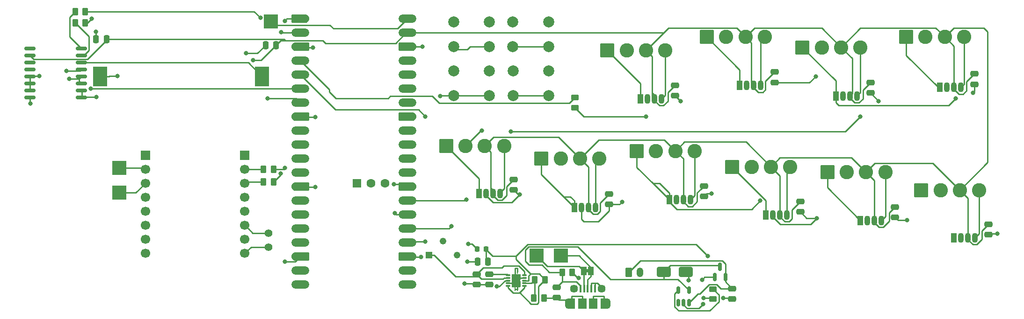
<source format=gbr>
%TF.GenerationSoftware,KiCad,Pcbnew,9.0.2*%
%TF.CreationDate,2025-05-27T01:48:19-04:00*%
%TF.ProjectId,JF-Clock_template_rpi,4a462d43-6c6f-4636-9b5f-74656d706c61,rev?*%
%TF.SameCoordinates,Original*%
%TF.FileFunction,Copper,L1,Top*%
%TF.FilePolarity,Positive*%
%FSLAX46Y46*%
G04 Gerber Fmt 4.6, Leading zero omitted, Abs format (unit mm)*
G04 Created by KiCad (PCBNEW 9.0.2) date 2025-05-27 01:48:19*
%MOMM*%
%LPD*%
G01*
G04 APERTURE LIST*
G04 Aperture macros list*
%AMRoundRect*
0 Rectangle with rounded corners*
0 $1 Rounding radius*
0 $2 $3 $4 $5 $6 $7 $8 $9 X,Y pos of 4 corners*
0 Add a 4 corners polygon primitive as box body*
4,1,4,$2,$3,$4,$5,$6,$7,$8,$9,$2,$3,0*
0 Add four circle primitives for the rounded corners*
1,1,$1+$1,$2,$3*
1,1,$1+$1,$4,$5*
1,1,$1+$1,$6,$7*
1,1,$1+$1,$8,$9*
0 Add four rect primitives between the rounded corners*
20,1,$1+$1,$2,$3,$4,$5,0*
20,1,$1+$1,$4,$5,$6,$7,0*
20,1,$1+$1,$6,$7,$8,$9,0*
20,1,$1+$1,$8,$9,$2,$3,0*%
%AMFreePoly0*
4,1,37,0.800000,0.796148,0.878414,0.796148,1.032228,0.765552,1.177117,0.705537,1.307515,0.618408,1.418408,0.507515,1.505537,0.377117,1.565552,0.232228,1.596148,0.078414,1.596148,-0.078414,1.565552,-0.232228,1.505537,-0.377117,1.418408,-0.507515,1.307515,-0.618408,1.177117,-0.705537,1.032228,-0.765552,0.878414,-0.796148,0.800000,-0.796148,0.800000,-0.800000,-1.400000,-0.800000,
-1.403843,-0.796157,-1.439018,-0.796157,-1.511114,-0.766294,-1.566294,-0.711114,-1.596157,-0.639018,-1.596157,-0.603843,-1.600000,-0.600000,-1.600000,0.600000,-1.596157,0.603843,-1.596157,0.639018,-1.566294,0.711114,-1.511114,0.766294,-1.439018,0.796157,-1.403843,0.796157,-1.400000,0.800000,0.800000,0.800000,0.800000,0.796148,0.800000,0.796148,$1*%
%AMFreePoly1*
4,1,37,1.403843,0.796157,1.439018,0.796157,1.511114,0.766294,1.566294,0.711114,1.596157,0.639018,1.596157,0.603843,1.600000,0.600000,1.600000,-0.600000,1.596157,-0.603843,1.596157,-0.639018,1.566294,-0.711114,1.511114,-0.766294,1.439018,-0.796157,1.403843,-0.796157,1.400000,-0.800000,-0.800000,-0.800000,-0.800000,-0.796148,-0.878414,-0.796148,-1.032228,-0.765552,-1.177117,-0.705537,
-1.307515,-0.618408,-1.418408,-0.507515,-1.505537,-0.377117,-1.565552,-0.232228,-1.596148,-0.078414,-1.596148,0.078414,-1.565552,0.232228,-1.505537,0.377117,-1.418408,0.507515,-1.307515,0.618408,-1.177117,0.705537,-1.032228,0.765552,-0.878414,0.796148,-0.800000,0.796148,-0.800000,0.800000,1.400000,0.800000,1.403843,0.796157,1.403843,0.796157,$1*%
G04 Aperture macros list end*
%TA.AperFunction,EtchedComponent*%
%ADD10C,0.000000*%
%TD*%
%TA.AperFunction,SMDPad,CuDef*%
%ADD11R,1.000000X1.500000*%
%TD*%
%TA.AperFunction,ComponentPad*%
%ADD12R,1.700000X1.700000*%
%TD*%
%TA.AperFunction,ComponentPad*%
%ADD13C,1.700000*%
%TD*%
%TA.AperFunction,SMDPad,CuDef*%
%ADD14RoundRect,0.250000X0.250000X0.475000X-0.250000X0.475000X-0.250000X-0.475000X0.250000X-0.475000X0*%
%TD*%
%TA.AperFunction,ComponentPad*%
%ADD15R,1.070000X1.800000*%
%TD*%
%TA.AperFunction,ComponentPad*%
%ADD16O,1.070000X1.800000*%
%TD*%
%TA.AperFunction,SMDPad,CuDef*%
%ADD17RoundRect,0.250000X-0.475000X0.250000X-0.475000X-0.250000X0.475000X-0.250000X0.475000X0.250000X0*%
%TD*%
%TA.AperFunction,ComponentPad*%
%ADD18C,2.000000*%
%TD*%
%TA.AperFunction,ComponentPad*%
%ADD19R,2.500000X2.500000*%
%TD*%
%TA.AperFunction,ComponentPad*%
%ADD20RoundRect,0.250000X-1.050000X-1.050000X1.050000X-1.050000X1.050000X1.050000X-1.050000X1.050000X0*%
%TD*%
%TA.AperFunction,ComponentPad*%
%ADD21C,2.600000*%
%TD*%
%TA.AperFunction,SMDPad,CuDef*%
%ADD22RoundRect,0.250000X-0.450000X0.262500X-0.450000X-0.262500X0.450000X-0.262500X0.450000X0.262500X0*%
%TD*%
%TA.AperFunction,SMDPad,CuDef*%
%ADD23RoundRect,0.250000X-0.262500X-0.450000X0.262500X-0.450000X0.262500X0.450000X-0.262500X0.450000X0*%
%TD*%
%TA.AperFunction,ComponentPad*%
%ADD24R,1.222000X1.222000*%
%TD*%
%TA.AperFunction,ComponentPad*%
%ADD25C,1.222000*%
%TD*%
%TA.AperFunction,SMDPad,CuDef*%
%ADD26FreePoly0,0.000000*%
%TD*%
%TA.AperFunction,SMDPad,CuDef*%
%ADD27RoundRect,0.800000X-0.800000X-0.000010X0.800000X-0.000010X0.800000X0.000010X-0.800000X0.000010X0*%
%TD*%
%TA.AperFunction,SMDPad,CuDef*%
%ADD28FreePoly1,0.000000*%
%TD*%
%TA.AperFunction,ComponentPad*%
%ADD29RoundRect,0.200000X-0.600000X-0.600000X0.600000X-0.600000X0.600000X0.600000X-0.600000X0.600000X0*%
%TD*%
%TA.AperFunction,ComponentPad*%
%ADD30C,1.600000*%
%TD*%
%TA.AperFunction,ComponentPad*%
%ADD31RoundRect,0.250000X-0.350000X-0.625000X0.350000X-0.625000X0.350000X0.625000X-0.350000X0.625000X0*%
%TD*%
%TA.AperFunction,ComponentPad*%
%ADD32O,1.200000X1.750000*%
%TD*%
%TA.AperFunction,SMDPad,CuDef*%
%ADD33R,2.600000X3.600000*%
%TD*%
%TA.AperFunction,SMDPad,CuDef*%
%ADD34RoundRect,0.150000X0.150000X-0.587500X0.150000X0.587500X-0.150000X0.587500X-0.150000X-0.587500X0*%
%TD*%
%TA.AperFunction,SMDPad,CuDef*%
%ADD35RoundRect,0.250000X0.262500X0.450000X-0.262500X0.450000X-0.262500X-0.450000X0.262500X-0.450000X0*%
%TD*%
%TA.AperFunction,SMDPad,CuDef*%
%ADD36RoundRect,0.218750X0.218750X0.256250X-0.218750X0.256250X-0.218750X-0.256250X0.218750X-0.256250X0*%
%TD*%
%TA.AperFunction,SMDPad,CuDef*%
%ADD37R,0.280000X0.280000*%
%TD*%
%TA.AperFunction,SMDPad,CuDef*%
%ADD38O,0.850000X0.280000*%
%TD*%
%TA.AperFunction,ComponentPad*%
%ADD39C,0.600000*%
%TD*%
%TA.AperFunction,SMDPad,CuDef*%
%ADD40R,0.680000X1.050000*%
%TD*%
%TA.AperFunction,SMDPad,CuDef*%
%ADD41R,0.260000X0.500000*%
%TD*%
%TA.AperFunction,SMDPad,CuDef*%
%ADD42R,0.280000X0.700000*%
%TD*%
%TA.AperFunction,SMDPad,CuDef*%
%ADD43R,1.650000X2.400000*%
%TD*%
%TA.AperFunction,SMDPad,CuDef*%
%ADD44R,0.400000X1.350000*%
%TD*%
%TA.AperFunction,HeatsinkPad*%
%ADD45O,1.200000X1.900000*%
%TD*%
%TA.AperFunction,SMDPad,CuDef*%
%ADD46R,1.200000X1.900000*%
%TD*%
%TA.AperFunction,HeatsinkPad*%
%ADD47C,1.450000*%
%TD*%
%TA.AperFunction,SMDPad,CuDef*%
%ADD48R,1.500000X1.900000*%
%TD*%
%TA.AperFunction,SMDPad,CuDef*%
%ADD49RoundRect,0.150000X-0.875000X-0.150000X0.875000X-0.150000X0.875000X0.150000X-0.875000X0.150000X0*%
%TD*%
%TA.AperFunction,SMDPad,CuDef*%
%ADD50RoundRect,0.250000X1.000000X0.650000X-1.000000X0.650000X-1.000000X-0.650000X1.000000X-0.650000X0*%
%TD*%
%TA.AperFunction,ComponentPad*%
%ADD51C,1.400000*%
%TD*%
%TA.AperFunction,SMDPad,CuDef*%
%ADD52RoundRect,0.150000X0.150000X-0.512500X0.150000X0.512500X-0.150000X0.512500X-0.150000X-0.512500X0*%
%TD*%
%TA.AperFunction,SMDPad,CuDef*%
%ADD53RoundRect,0.250000X-0.250000X-0.475000X0.250000X-0.475000X0.250000X0.475000X-0.250000X0.475000X0*%
%TD*%
%TA.AperFunction,ViaPad*%
%ADD54C,0.800000*%
%TD*%
%TA.AperFunction,Conductor*%
%ADD55C,0.250000*%
%TD*%
G04 APERTURE END LIST*
D10*
%TA.AperFunction,EtchedComponent*%
%TO.C,JP1*%
G36*
X186238000Y-128147000D02*
G01*
X185738000Y-128147000D01*
X185738000Y-127547000D01*
X186238000Y-127547000D01*
X186238000Y-128147000D01*
G37*
%TD.AperFunction*%
%TD*%
D11*
%TO.P,JP1,1,A*%
%TO.N,Net-(J11-D+)*%
X186638000Y-127847000D03*
%TO.P,JP1,2,B*%
%TO.N,Net-(J11-D-)*%
X185338000Y-127847000D03*
%TD*%
D12*
%TO.P,J14,1,Pin_1*%
%TO.N,/5v*%
X124015500Y-106860000D03*
D13*
%TO.P,J14,2,Pin_2*%
%TO.N,Net-(J14-Pin_2)*%
X124015500Y-109400000D03*
%TO.P,J14,3,Pin_3*%
%TO.N,Net-(J14-Pin_3)*%
X124015500Y-111940000D03*
%TO.P,J14,4,Pin_4*%
%TO.N,unconnected-(J14-Pin_4-Pad4)*%
X124015500Y-114480000D03*
%TO.P,J14,5,Pin_5*%
%TO.N,unconnected-(J14-Pin_5-Pad5)*%
X124015500Y-117020000D03*
%TO.P,J14,6,Pin_6*%
%TO.N,Net-(J14-Pin_6)*%
X124015500Y-119560000D03*
%TO.P,J14,7,Pin_7*%
%TO.N,GND*%
X124015500Y-122100000D03*
%TO.P,J14,8,Pin_8*%
%TO.N,Net-(J14-Pin_8)*%
X124015500Y-124640000D03*
%TD*%
D14*
%TO.P,C14,1*%
%TO.N,Net-(Q1-D)*%
X168050000Y-126150000D03*
%TO.P,C14,2*%
%TO.N,GND*%
X166150000Y-126150000D03*
%TD*%
D15*
%TO.P,Dm6,1,DOUT*%
%TO.N,unconnected-(Dm6-DOUT-Pad1)*%
X252345000Y-121850000D03*
D16*
%TO.P,Dm6,2,GND*%
%TO.N,GND*%
X253615000Y-121850000D03*
%TO.P,Dm6,3,VDD*%
%TO.N,/5v*%
X254885000Y-121850000D03*
%TO.P,Dm6,4,DIN*%
%TO.N,/Dm5_Out*%
X256155000Y-121850000D03*
%TD*%
D17*
%TO.P,C15,1*%
%TO.N,Net-(U2-VAUX)*%
X168250000Y-128450000D03*
%TO.P,C15,2*%
%TO.N,GND*%
X168250000Y-130350000D03*
%TD*%
%TO.P,C3,1*%
%TO.N,/5v*%
X237250000Y-93650000D03*
%TO.P,C3,2*%
%TO.N,GND*%
X237250000Y-95550000D03*
%TD*%
D14*
%TO.P,C13,1*%
%TO.N,/5v*%
X129700000Y-86850000D03*
%TO.P,C13,2*%
%TO.N,GND*%
X127800000Y-86850000D03*
%TD*%
D18*
%TO.P,SW4,1,1*%
%TO.N,GND*%
X172550000Y-91550000D03*
X179050000Y-91550000D03*
%TO.P,SW4,2,2*%
%TO.N,/SW4*%
X172550000Y-96050000D03*
X179050000Y-96050000D03*
%TD*%
D19*
%TO.P,TP3,1,1*%
%TO.N,Net-(J11-D-)*%
X176800000Y-125100000D03*
%TD*%
D17*
%TO.P,C12,1*%
%TO.N,Net-(J12-Pin_1)*%
X212250000Y-131050000D03*
%TO.P,C12,2*%
%TO.N,GND*%
X212250000Y-132950000D03*
%TD*%
D20*
%TO.P,J1,1,Pin_1*%
%TO.N,/Dh1_Out*%
X189650000Y-87817500D03*
D21*
%TO.P,J1,2,Pin_2*%
%TO.N,GND*%
X193150000Y-87817500D03*
%TO.P,J1,3,Pin_3*%
%TO.N,/5v*%
X196650000Y-87817500D03*
%TO.P,J1,4,Pin_4*%
%TO.N,/Dh1_In*%
X200150000Y-87817500D03*
%TD*%
D22*
%TO.P,R1,1*%
%TO.N,/NeoPixel_D*%
X183750000Y-96387500D03*
%TO.P,R1,2*%
%TO.N,/Dh1_In*%
X183750000Y-98212500D03*
%TD*%
D23*
%TO.P,R6,1*%
%TO.N,Net-(J14-Pin_2)*%
X127403000Y-109430000D03*
%TO.P,R6,2*%
%TO.N,/MCU_SSTX*%
X129228000Y-109430000D03*
%TD*%
D15*
%TO.P,Dh1,1,DOUT*%
%TO.N,/Dh1_Out*%
X195640000Y-96617500D03*
D16*
%TO.P,Dh1,2,GND*%
%TO.N,GND*%
X196910000Y-96617500D03*
%TO.P,Dh1,3,VDD*%
%TO.N,/5v*%
X198180000Y-96617500D03*
%TO.P,Dh1,4,DIN*%
%TO.N,/Dh1_In*%
X199450000Y-96617500D03*
%TD*%
D19*
%TO.P,TP5,1,1*%
%TO.N,Net-(J13-Pin_3)*%
X101265500Y-113660000D03*
%TD*%
%TO.P,TP1,1,1*%
%TO.N,Net-(A1-VBUS)*%
X128750000Y-82600000D03*
%TD*%
D20*
%TO.P,J4,1,Pin_1*%
%TO.N,/Dh4_Out*%
X243700000Y-85400000D03*
D21*
%TO.P,J4,2,Pin_2*%
%TO.N,GND*%
X247200000Y-85400000D03*
%TO.P,J4,3,Pin_3*%
%TO.N,/5v*%
X250700000Y-85400000D03*
%TO.P,J4,4,Pin_4*%
%TO.N,/Dh3_Out*%
X254200000Y-85400000D03*
%TD*%
D17*
%TO.P,C10,1*%
%TO.N,/5v*%
X258655000Y-119400000D03*
%TO.P,C10,2*%
%TO.N,GND*%
X258655000Y-121300000D03*
%TD*%
%TO.P,C2,1*%
%TO.N,/5v*%
X219900000Y-91750000D03*
%TO.P,C2,2*%
%TO.N,GND*%
X219900000Y-93650000D03*
%TD*%
D20*
%TO.P,J8,1,Pin_1*%
%TO.N,/Dm4_Out*%
X212250000Y-108950000D03*
D21*
%TO.P,J8,2,Pin_2*%
%TO.N,GND*%
X215750000Y-108950000D03*
%TO.P,J8,3,Pin_3*%
%TO.N,/5v*%
X219250000Y-108950000D03*
%TO.P,J8,4,Pin_4*%
%TO.N,/Dm3_Out*%
X222750000Y-108950000D03*
%TD*%
D15*
%TO.P,Dm3,1,DOUT*%
%TO.N,/Dm3_Out*%
X200830000Y-114917500D03*
D16*
%TO.P,Dm3,2,GND*%
%TO.N,GND*%
X202100000Y-114917500D03*
%TO.P,Dm3,3,VDD*%
%TO.N,/5v*%
X203370000Y-114917500D03*
%TO.P,Dm3,4,DIN*%
%TO.N,/Dm2_Out*%
X204640000Y-114917500D03*
%TD*%
D19*
%TO.P,TP4,1,1*%
%TO.N,Net-(J13-Pin_2)*%
X101265500Y-109110000D03*
%TD*%
D18*
%TO.P,SW2,1,1*%
%TO.N,GND*%
X172500000Y-82650000D03*
X179000000Y-82650000D03*
%TO.P,SW2,2,2*%
%TO.N,/SW2*%
X172500000Y-87150000D03*
X179000000Y-87150000D03*
%TD*%
D24*
%TO.P,VR1,1*%
%TO.N,/5v*%
X157310000Y-124950000D03*
D25*
%TO.P,VR1,2*%
%TO.N,/DIMMER*%
X159850000Y-122410000D03*
%TO.P,VR1,3*%
%TO.N,GND*%
X162390000Y-124950000D03*
%TD*%
D17*
%TO.P,C1,1*%
%TO.N,/5v*%
X201900000Y-94167500D03*
%TO.P,C1,2*%
%TO.N,GND*%
X201900000Y-96067500D03*
%TD*%
D15*
%TO.P,Dm1,1,DOUT*%
%TO.N,/Dm1_Out*%
X166390000Y-113767500D03*
D16*
%TO.P,Dm1,2,GND*%
%TO.N,GND*%
X167660000Y-113767500D03*
%TO.P,Dm1,3,VDD*%
%TO.N,/5v*%
X168930000Y-113767500D03*
%TO.P,Dm1,4,DIN*%
%TO.N,/Dh4_Out*%
X170200000Y-113767500D03*
%TD*%
D26*
%TO.P,A1,1,GPIO0*%
%TO.N,/MCU_SSTX*%
X134060000Y-82095000D03*
D27*
%TO.P,A1,2,GPIO1*%
%TO.N,/MCU_SSRX*%
X134060000Y-84635000D03*
D28*
%TO.P,A1,3,GND*%
%TO.N,GND*%
X134060000Y-87175000D03*
D27*
%TO.P,A1,4,GPIO2*%
%TO.N,/NeoPixel_D*%
X134060000Y-89715000D03*
%TO.P,A1,5,GPIO3*%
%TO.N,/DIMMER*%
X134060000Y-92255000D03*
%TO.P,A1,6,GPIO4*%
%TO.N,/SDA*%
X134060000Y-94795000D03*
%TO.P,A1,7,GPIO5*%
%TO.N,/SCL*%
X134060000Y-97335000D03*
D28*
%TO.P,A1,8,GND*%
%TO.N,GND*%
X134060000Y-99875000D03*
D27*
%TO.P,A1,9,GPIO6*%
%TO.N,unconnected-(A1-GPIO6-Pad9)*%
X134060000Y-102415000D03*
%TO.P,A1,10,GPIO7*%
%TO.N,unconnected-(A1-GPIO7-Pad10)*%
X134060000Y-104955000D03*
%TO.P,A1,11,GPIO8*%
%TO.N,unconnected-(A1-GPIO8-Pad11)*%
X134060000Y-107495000D03*
%TO.P,A1,12,GPIO9*%
%TO.N,unconnected-(A1-GPIO9-Pad12)*%
X134060000Y-110035000D03*
D28*
%TO.P,A1,13,GND*%
%TO.N,GND*%
X134060000Y-112575000D03*
D27*
%TO.P,A1,14,GPIO10*%
%TO.N,unconnected-(A1-GPIO10-Pad14)*%
X134060000Y-115115000D03*
%TO.P,A1,15,GPIO11*%
%TO.N,unconnected-(A1-GPIO11-Pad15)*%
X134060000Y-117655000D03*
%TO.P,A1,16,GPIO12*%
%TO.N,unconnected-(A1-GPIO12-Pad16)*%
X134060000Y-120195000D03*
%TO.P,A1,17,GPIO13*%
%TO.N,unconnected-(A1-GPIO13-Pad17)*%
X134060000Y-122735000D03*
D28*
%TO.P,A1,18,GND*%
%TO.N,GND*%
X134060000Y-125275000D03*
D27*
%TO.P,A1,19,GPIO14*%
%TO.N,unconnected-(A1-GPIO14-Pad19)*%
X134060000Y-127815000D03*
%TO.P,A1,20,GPIO15*%
%TO.N,unconnected-(A1-GPIO15-Pad20)*%
X134060000Y-130355000D03*
%TO.P,A1,21,GPIO16*%
%TO.N,unconnected-(A1-GPIO16-Pad21)*%
X153440000Y-130355000D03*
%TO.P,A1,22,GPIO17*%
%TO.N,unconnected-(A1-GPIO17-Pad22)*%
X153440000Y-127815000D03*
D26*
%TO.P,A1,23,GND*%
%TO.N,GND*%
X153440000Y-125275000D03*
D27*
%TO.P,A1,24,GPIO18*%
%TO.N,/SW1*%
X153440000Y-122735000D03*
%TO.P,A1,25,GPIO19*%
%TO.N,/SW2*%
X153440000Y-120195000D03*
%TO.P,A1,26,GPIO20*%
%TO.N,/SW3*%
X153440000Y-117655000D03*
%TO.P,A1,27,GPIO21*%
%TO.N,/SW4*%
X153440000Y-115115000D03*
D26*
%TO.P,A1,28,GND*%
%TO.N,GND*%
X153440000Y-112575000D03*
D27*
%TO.P,A1,29,GPIO22*%
%TO.N,unconnected-(A1-GPIO22-Pad29)*%
X153440000Y-110035000D03*
%TO.P,A1,30,RUN*%
%TO.N,unconnected-(A1-RUN-Pad30)*%
X153440000Y-107495000D03*
%TO.P,A1,31,GPIO26_ADC0*%
%TO.N,unconnected-(A1-GPIO26_ADC0-Pad31)*%
X153440000Y-104955000D03*
%TO.P,A1,32,GPIO27_ADC1*%
%TO.N,unconnected-(A1-GPIO27_ADC1-Pad32)*%
X153440000Y-102415000D03*
D26*
%TO.P,A1,33,AGND*%
%TO.N,unconnected-(A1-AGND-Pad33)*%
X153440000Y-99875000D03*
D27*
%TO.P,A1,34,GPIO28_ADC2*%
%TO.N,unconnected-(A1-GPIO28_ADC2-Pad34)*%
X153440000Y-97335000D03*
%TO.P,A1,35,ADC_VREF*%
%TO.N,unconnected-(A1-ADC_VREF-Pad35)*%
X153440000Y-94795000D03*
%TO.P,A1,36,3V3*%
%TO.N,unconnected-(A1-3V3-Pad36)*%
X153440000Y-92255000D03*
%TO.P,A1,37,3V3_EN*%
%TO.N,unconnected-(A1-3V3_EN-Pad37)*%
X153440000Y-89715000D03*
D26*
%TO.P,A1,38,GND*%
%TO.N,GND*%
X153440000Y-87175000D03*
D27*
%TO.P,A1,39,VSYS*%
%TO.N,/5v*%
X153440000Y-84635000D03*
%TO.P,A1,40,VBUS*%
%TO.N,Net-(A1-VBUS)*%
X153440000Y-82095000D03*
D29*
%TO.P,A1,D1*%
%TO.N,N/C*%
X144334100Y-111925000D03*
D30*
%TO.P,A1,D2*%
X146874100Y-111925000D03*
%TO.P,A1,D3*%
X149414100Y-111925000D03*
%TD*%
D31*
%TO.P,J12,1,Pin_1*%
%TO.N,Net-(J12-Pin_1)*%
X193500000Y-128150000D03*
D32*
%TO.P,J12,2,Pin_2*%
%TO.N,GND*%
X195500000Y-128150000D03*
%TD*%
D33*
%TO.P,BT2,1,+*%
%TO.N,Net-(BT2-+)*%
X127150000Y-92550000D03*
%TO.P,BT2,2,-*%
%TO.N,GND*%
X97850000Y-92550000D03*
%TD*%
D18*
%TO.P,SW3,1,1*%
%TO.N,GND*%
X161800000Y-91550000D03*
X168300000Y-91550000D03*
%TO.P,SW3,2,2*%
%TO.N,/SW3*%
X161800000Y-96050000D03*
X168300000Y-96050000D03*
%TD*%
D15*
%TO.P,Dh3,1,DOUT*%
%TO.N,/Dh3_Out*%
X230990000Y-96100000D03*
D16*
%TO.P,Dh3,2,GND*%
%TO.N,GND*%
X232260000Y-96100000D03*
%TO.P,Dh3,3,VDD*%
%TO.N,/5v*%
X233530000Y-96100000D03*
%TO.P,Dh3,4,DIN*%
%TO.N,/Dh2_Out*%
X234800000Y-96100000D03*
%TD*%
D17*
%TO.P,C16,1*%
%TO.N,/5v*%
X166000000Y-128450000D03*
%TO.P,C16,2*%
%TO.N,GND*%
X166000000Y-130350000D03*
%TD*%
%TO.P,C9,1*%
%TO.N,/5v*%
X241700000Y-116232500D03*
%TO.P,C9,2*%
%TO.N,GND*%
X241700000Y-118132500D03*
%TD*%
D15*
%TO.P,Dm4,1,DOUT*%
%TO.N,/Dm4_Out*%
X218340000Y-117700000D03*
D16*
%TO.P,Dm4,2,GND*%
%TO.N,GND*%
X219610000Y-117700000D03*
%TO.P,Dm4,3,VDD*%
%TO.N,/5v*%
X220880000Y-117700000D03*
%TO.P,Dm4,4,DIN*%
%TO.N,/Dm3_Out*%
X222150000Y-117700000D03*
%TD*%
D34*
%TO.P,Q1,1,D*%
%TO.N,Net-(Q1-D)*%
X209100000Y-128987500D03*
%TO.P,Q1,2,S*%
%TO.N,Net-(J12-Pin_1)*%
X211000000Y-128987500D03*
%TO.P,Q1,3,G*%
%TO.N,Net-(D1-A)*%
X210050000Y-127112500D03*
%TD*%
D23*
%TO.P,R7,1*%
%TO.N,Net-(J14-Pin_3)*%
X127403000Y-111730000D03*
%TO.P,R7,2*%
%TO.N,/MCU_SSRX*%
X129228000Y-111730000D03*
%TD*%
D35*
%TO.P,R4,1*%
%TO.N,Net-(Q1-D)*%
X178350500Y-129449500D03*
%TO.P,R4,2*%
%TO.N,Net-(U2-UVLO)*%
X176525500Y-129449500D03*
%TD*%
D17*
%TO.P,C4,1*%
%TO.N,/5v*%
X256080000Y-92070000D03*
%TO.P,C4,2*%
%TO.N,GND*%
X256080000Y-93970000D03*
%TD*%
D36*
%TO.P,L1,1,1*%
%TO.N,Net-(Q1-D)*%
X167687500Y-123850000D03*
%TO.P,L1,2,2*%
%TO.N,Net-(U2-L)*%
X166112500Y-123850000D03*
%TD*%
D22*
%TO.P,R3,1*%
%TO.N,Net-(U1-PROG)*%
X208750000Y-131125000D03*
%TO.P,R3,2*%
%TO.N,GND*%
X208750000Y-132950000D03*
%TD*%
D20*
%TO.P,J7,1,Pin_1*%
%TO.N,/Dm3_Out*%
X194950000Y-106067500D03*
D21*
%TO.P,J7,2,Pin_2*%
%TO.N,GND*%
X198450000Y-106067500D03*
%TO.P,J7,3,Pin_3*%
%TO.N,/5v*%
X201950000Y-106067500D03*
%TO.P,J7,4,Pin_4*%
%TO.N,/Dm2_Out*%
X205450000Y-106067500D03*
%TD*%
D12*
%TO.P,J13,1,Pin_1*%
%TO.N,unconnected-(J13-Pin_1-Pad1)*%
X106015500Y-106830000D03*
D13*
%TO.P,J13,2,Pin_2*%
%TO.N,Net-(J13-Pin_2)*%
X106015500Y-109370000D03*
%TO.P,J13,3,Pin_3*%
%TO.N,Net-(J13-Pin_3)*%
X106015500Y-111910000D03*
%TO.P,J13,4,Pin_4*%
%TO.N,unconnected-(J13-Pin_4-Pad4)*%
X106015500Y-114450000D03*
%TO.P,J13,5,Pin_5*%
%TO.N,unconnected-(J13-Pin_5-Pad5)*%
X106015500Y-116990000D03*
%TO.P,J13,6,Pin_6*%
%TO.N,unconnected-(J13-Pin_6-Pad6)*%
X106015500Y-119530000D03*
%TO.P,J13,7,Pin_7*%
%TO.N,GND*%
X106015500Y-122070000D03*
%TO.P,J13,8,Pin_8*%
%TO.N,unconnected-(J13-Pin_8-Pad8)*%
X106015500Y-124610000D03*
%TD*%
D23*
%TO.P,R2,1*%
%TO.N,Net-(D1-A)*%
X181463000Y-128149500D03*
%TO.P,R2,2*%
%TO.N,GND*%
X183288000Y-128149500D03*
%TD*%
D18*
%TO.P,SW1,1,1*%
%TO.N,GND*%
X161800000Y-82650000D03*
X168300000Y-82650000D03*
%TO.P,SW1,2,2*%
%TO.N,/SW1*%
X161800000Y-87150000D03*
X168300000Y-87150000D03*
%TD*%
D17*
%TO.P,C11,1*%
%TO.N,Net-(D1-A)*%
X180488000Y-130799500D03*
%TO.P,C11,2*%
%TO.N,GND*%
X180488000Y-132699500D03*
%TD*%
D20*
%TO.P,J3,1,Pin_1*%
%TO.N,/Dh3_Out*%
X224950000Y-87267500D03*
D21*
%TO.P,J3,2,Pin_2*%
%TO.N,GND*%
X228450000Y-87267500D03*
%TO.P,J3,3,Pin_3*%
%TO.N,/5v*%
X231950000Y-87267500D03*
%TO.P,J3,4,Pin_4*%
%TO.N,/Dh2_Out*%
X235450000Y-87267500D03*
%TD*%
D20*
%TO.P,J9,1,Pin_1*%
%TO.N,/Dm5_Out*%
X229450000Y-109950000D03*
D21*
%TO.P,J9,2,Pin_2*%
%TO.N,GND*%
X232950000Y-109950000D03*
%TO.P,J9,3,Pin_3*%
%TO.N,/5v*%
X236450000Y-109950000D03*
%TO.P,J9,4,Pin_4*%
%TO.N,/Dm4_Out*%
X239950000Y-109950000D03*
%TD*%
D19*
%TO.P,TP2,1,1*%
%TO.N,Net-(J11-D+)*%
X181200000Y-125100000D03*
%TD*%
D20*
%TO.P,J10,1,Pin_1*%
%TO.N,unconnected-(J10-Pin_1-Pad1)*%
X246435000Y-113187500D03*
D21*
%TO.P,J10,2,Pin_2*%
%TO.N,GND*%
X249935000Y-113187500D03*
%TO.P,J10,3,Pin_3*%
%TO.N,/5v*%
X253435000Y-113187500D03*
%TO.P,J10,4,Pin_4*%
%TO.N,/Dm5_Out*%
X256935000Y-113187500D03*
%TD*%
D37*
%TO.P,U2,1,VAUX*%
%TO.N,Net-(U2-VAUX)*%
X171378000Y-128599500D03*
D38*
X171663000Y-128599500D03*
D37*
%TO.P,U2,2,VOUT*%
%TO.N,/5v*%
X171378000Y-129099500D03*
D38*
X171663000Y-129099500D03*
D37*
%TO.P,U2,3,L*%
%TO.N,Net-(U2-L)*%
X171378000Y-129599500D03*
D38*
X171663000Y-129599500D03*
D37*
%TO.P,U2,4,PGND*%
%TO.N,GND*%
X171378000Y-130099500D03*
D38*
X171663000Y-130099500D03*
D37*
%TO.P,U2,5,VIN*%
%TO.N,Net-(Q1-D)*%
X171378000Y-130599500D03*
D38*
X171663000Y-130599500D03*
%TO.P,U2,6,EN*%
X174613000Y-130599500D03*
D37*
X174898000Y-130599500D03*
D38*
%TO.P,U2,7,UVLO*%
%TO.N,Net-(U2-UVLO)*%
X174613000Y-130099500D03*
D37*
X174898000Y-130099500D03*
D38*
%TO.P,U2,8,PS*%
%TO.N,Net-(Q1-D)*%
X174613000Y-129599500D03*
D37*
X174898000Y-129599500D03*
D38*
%TO.P,U2,9,GND*%
%TO.N,GND*%
X174613000Y-129099500D03*
D37*
X174898000Y-129099500D03*
D38*
%TO.P,U2,10,FB*%
%TO.N,/5v*%
X174613000Y-128599500D03*
D37*
X174898000Y-128599500D03*
D39*
%TO.P,U2,11,PAD*%
%TO.N,GND*%
X172638000Y-128849500D03*
X172638000Y-130349500D03*
D40*
X172688000Y-128964500D03*
X172688000Y-130234500D03*
D41*
X172888000Y-127969500D03*
D42*
X172888000Y-128049500D03*
X172888000Y-131149500D03*
D41*
X172888000Y-131229500D03*
D39*
X173138000Y-129599500D03*
D43*
X173138000Y-129599500D03*
D41*
X173388000Y-127969500D03*
D42*
X173388000Y-128049500D03*
X173388000Y-131149500D03*
D41*
X173388000Y-131229500D03*
D40*
X173588000Y-128964500D03*
X173588000Y-130234500D03*
D39*
X173638000Y-128849500D03*
X173638000Y-130349500D03*
%TD*%
D23*
%TO.P,R5,1*%
%TO.N,Net-(U2-UVLO)*%
X176325500Y-132799500D03*
%TO.P,R5,2*%
%TO.N,GND*%
X178150500Y-132799500D03*
%TD*%
D44*
%TO.P,J11,1,VBUS*%
%TO.N,Net-(D1-A)*%
X184788000Y-131049500D03*
%TO.P,J11,2,D-*%
%TO.N,Net-(J11-D-)*%
X185438000Y-131049500D03*
%TO.P,J11,3,D+*%
%TO.N,Net-(J11-D+)*%
X186088000Y-131049500D03*
%TO.P,J11,4,ID*%
%TO.N,GND*%
X186738000Y-131049500D03*
%TO.P,J11,5,GND*%
X187388000Y-131049500D03*
D45*
%TO.P,J11,6,Shield*%
X182588000Y-133749500D03*
D46*
X183188000Y-133749500D03*
D47*
X183588000Y-131049500D03*
D48*
X185088000Y-133749500D03*
X187088000Y-133749500D03*
D47*
X188588000Y-131049500D03*
D46*
X188988000Y-133749500D03*
D45*
X189588000Y-133749500D03*
%TD*%
D15*
%TO.P,Dm5,1,DOUT*%
%TO.N,/Dm5_Out*%
X235395000Y-118682500D03*
D16*
%TO.P,Dm5,2,GND*%
%TO.N,GND*%
X236665000Y-118682500D03*
%TO.P,Dm5,3,VDD*%
%TO.N,/5v*%
X237935000Y-118682500D03*
%TO.P,Dm5,4,DIN*%
%TO.N,/Dm4_Out*%
X239205000Y-118682500D03*
%TD*%
D17*
%TO.P,C7,1*%
%TO.N,/5v*%
X207114500Y-112453000D03*
%TO.P,C7,2*%
%TO.N,GND*%
X207114500Y-114353000D03*
%TD*%
D49*
%TO.P,U4,1,32KHZ*%
%TO.N,unconnected-(U4-32KHZ-Pad1)*%
X85150000Y-87500000D03*
%TO.P,U4,2,VCC*%
%TO.N,/5v*%
X85150000Y-88770000D03*
%TO.P,U4,3,~{INT}/SQW*%
%TO.N,unconnected-(U4-~{INT}{slash}SQW-Pad3)*%
X85150000Y-90040000D03*
%TO.P,U4,4,~{RST}*%
%TO.N,unconnected-(U4-~{RST}-Pad4)*%
X85150000Y-91310000D03*
%TO.P,U4,5,GND*%
%TO.N,GND*%
X85150000Y-92580000D03*
%TO.P,U4,6,GND*%
X85150000Y-93850000D03*
%TO.P,U4,7,GND*%
X85150000Y-95120000D03*
%TO.P,U4,8,GND*%
X85150000Y-96390000D03*
%TO.P,U4,9,GND*%
X94450000Y-96390000D03*
%TO.P,U4,10,GND*%
X94450000Y-95120000D03*
%TO.P,U4,11,GND*%
X94450000Y-93850000D03*
%TO.P,U4,12,GND*%
X94450000Y-92580000D03*
%TO.P,U4,13,GND*%
X94450000Y-91310000D03*
%TO.P,U4,14,VBAT*%
%TO.N,Net-(BT2-+)*%
X94450000Y-90040000D03*
%TO.P,U4,15,SDA*%
%TO.N,Net-(U4-SDA)*%
X94450000Y-88770000D03*
%TO.P,U4,16,SCL*%
%TO.N,Net-(U4-SCL)*%
X94450000Y-87500000D03*
%TD*%
D20*
%TO.P,J2,1,Pin_1*%
%TO.N,/Dh2_Out*%
X207650000Y-85400000D03*
D21*
%TO.P,J2,2,Pin_2*%
%TO.N,GND*%
X211150000Y-85400000D03*
%TO.P,J2,3,Pin_3*%
%TO.N,/5v*%
X214650000Y-85400000D03*
%TO.P,J2,4,Pin_4*%
%TO.N,/Dh1_Out*%
X218150000Y-85400000D03*
%TD*%
D50*
%TO.P,D1,1,K*%
%TO.N,/5v*%
X203850000Y-128050000D03*
%TO.P,D1,2,A*%
%TO.N,Net-(D1-A)*%
X199850000Y-128050000D03*
%TD*%
D51*
%TO.P,J15,1,Pin_1*%
%TO.N,Net-(J14-Pin_6)*%
X128315500Y-120980000D03*
%TO.P,J15,2,Pin_2*%
%TO.N,Net-(J14-Pin_8)*%
X128315500Y-123520000D03*
%TD*%
D17*
%TO.P,C8,1*%
%TO.N,/5v*%
X224550000Y-115250000D03*
%TO.P,C8,2*%
%TO.N,GND*%
X224550000Y-117150000D03*
%TD*%
%TO.P,C6,1*%
%TO.N,/5v*%
X189950000Y-113867500D03*
%TO.P,C6,2*%
%TO.N,GND*%
X189950000Y-115767500D03*
%TD*%
%TO.P,C5,1*%
%TO.N,/5v*%
X172700000Y-111267500D03*
%TO.P,C5,2*%
%TO.N,GND*%
X172700000Y-113167500D03*
%TD*%
D15*
%TO.P,Dh2,1,DOUT*%
%TO.N,/Dh2_Out*%
X213595000Y-94200000D03*
D16*
%TO.P,Dh2,2,GND*%
%TO.N,GND*%
X214865000Y-94200000D03*
%TO.P,Dh2,3,VDD*%
%TO.N,/5v*%
X216135000Y-94200000D03*
%TO.P,Dh2,4,DIN*%
%TO.N,/Dh1_Out*%
X217405000Y-94200000D03*
%TD*%
D20*
%TO.P,J5,1,Pin_1*%
%TO.N,/Dm1_Out*%
X160450000Y-105167500D03*
D21*
%TO.P,J5,2,Pin_2*%
%TO.N,GND*%
X163950000Y-105167500D03*
%TO.P,J5,3,Pin_3*%
%TO.N,/5v*%
X167450000Y-105167500D03*
%TO.P,J5,4,Pin_4*%
%TO.N,/Dh4_Out*%
X170950000Y-105167500D03*
%TD*%
D20*
%TO.P,J6,1,Pin_1*%
%TO.N,/Dm2_Out*%
X177700000Y-107467500D03*
D21*
%TO.P,J6,2,Pin_2*%
%TO.N,GND*%
X181200000Y-107467500D03*
%TO.P,J6,3,Pin_3*%
%TO.N,/5v*%
X184700000Y-107467500D03*
%TO.P,J6,4,Pin_4*%
%TO.N,/Dm1_Out*%
X188200000Y-107467500D03*
%TD*%
D35*
%TO.P,R9,1*%
%TO.N,/SDA*%
X95162500Y-82850000D03*
%TO.P,R9,2*%
%TO.N,Net-(U4-SDA)*%
X93337500Y-82850000D03*
%TD*%
D15*
%TO.P,Dh4,1,DOUT*%
%TO.N,/Dh4_Out*%
X249840000Y-94532500D03*
D16*
%TO.P,Dh4,2,GND*%
%TO.N,GND*%
X251110000Y-94532500D03*
%TO.P,Dh4,3,VDD*%
%TO.N,/5v*%
X252380000Y-94532500D03*
%TO.P,Dh4,4,DIN*%
%TO.N,/Dh3_Out*%
X253650000Y-94532500D03*
%TD*%
D35*
%TO.P,R8,1*%
%TO.N,/SCL*%
X95150000Y-80750000D03*
%TO.P,R8,2*%
%TO.N,Net-(U4-SCL)*%
X93325000Y-80750000D03*
%TD*%
D52*
%TO.P,U1,1,STAT*%
%TO.N,unconnected-(U1-STAT-Pad1)*%
X202500000Y-133637500D03*
%TO.P,U1,2,VSS*%
%TO.N,GND*%
X203450000Y-133637500D03*
%TO.P,U1,3,VBAT*%
%TO.N,Net-(J12-Pin_1)*%
X204400000Y-133637500D03*
%TO.P,U1,4,VDD*%
%TO.N,Net-(D1-A)*%
X204400000Y-131362500D03*
%TO.P,U1,5,PROG*%
%TO.N,Net-(U1-PROG)*%
X202500000Y-131362500D03*
%TD*%
D53*
%TO.P,C17,1*%
%TO.N,GND*%
X97100000Y-85750000D03*
%TO.P,C17,2*%
%TO.N,/5v*%
X99000000Y-85750000D03*
%TD*%
D15*
%TO.P,Dm2,1,DOUT*%
%TO.N,/Dm2_Out*%
X183660000Y-116317500D03*
D16*
%TO.P,Dm2,2,GND*%
%TO.N,GND*%
X184930000Y-116317500D03*
%TO.P,Dm2,3,VDD*%
%TO.N,/5v*%
X186200000Y-116317500D03*
%TO.P,Dm2,4,DIN*%
%TO.N,/Dm1_Out*%
X187470000Y-116317500D03*
%TD*%
D54*
%TO.N,GND*%
X166950000Y-102400000D03*
%TO.N,Net-(U2-L)*%
X169600400Y-130630800D03*
X164487200Y-122919200D03*
%TO.N,/Dm3_Out*%
X217303600Y-115091600D03*
%TO.N,/Dh4_Out*%
X235455900Y-99847700D03*
X172201500Y-102573200D03*
%TO.N,/Dh3_Out*%
X252727300Y-96521400D03*
%TO.N,/Dh1_In*%
X196602700Y-99847700D03*
%TO.N,Net-(Q1-D)*%
X207782100Y-125113600D03*
X206802200Y-129431600D03*
%TO.N,/SW1*%
X156634400Y-122497500D03*
%TO.N,/SDA*%
X96120500Y-94789600D03*
X96299400Y-82074400D03*
%TO.N,/SW4*%
X164086500Y-114901300D03*
%TO.N,/SW3*%
X159412600Y-96084300D03*
X151147400Y-117381700D03*
%TO.N,/5v*%
X125510000Y-89572300D03*
X204328200Y-129585700D03*
%TO.N,/MCU_SSTX*%
X131263000Y-109182000D03*
X131263000Y-82460100D03*
%TO.N,/SW2*%
X161441800Y-119717700D03*
%TO.N,/SCL*%
X126832000Y-81912500D03*
X128115000Y-96552600D03*
%TO.N,/MCU_SSRX*%
X130512000Y-110177000D03*
X130602000Y-84488000D03*
%TO.N,/DIMMER*%
X156700400Y-99847700D03*
%TO.N,GND*%
X156206000Y-87134100D03*
X136764000Y-112656000D03*
X124214000Y-88337700D03*
X97165400Y-96281600D03*
X136764000Y-99898600D03*
X86807400Y-92474400D03*
X92238500Y-92994300D03*
X100953000Y-92474400D03*
X151027000Y-112126000D03*
X131264000Y-126162000D03*
X136352000Y-87308000D03*
X97100000Y-84408900D03*
X91728400Y-91582500D03*
X85255700Y-97437900D03*
X227351500Y-92518500D03*
X243882700Y-118664700D03*
X238732700Y-97032600D03*
X164325000Y-126137400D03*
X202881400Y-97048800D03*
X207087000Y-132813000D03*
X173812800Y-113992700D03*
X184448100Y-129101000D03*
X210641400Y-132806700D03*
X192296000Y-115298500D03*
X155871000Y-125318000D03*
X208486400Y-113822100D03*
X227549100Y-118283600D03*
X163796000Y-130112500D03*
X260210500Y-121100100D03*
X255790200Y-95561300D03*
X206979000Y-133857600D03*
%TD*%
D55*
%TO.N,GND*%
X163950000Y-105167500D02*
X166717500Y-102400000D01*
X166717500Y-102400000D02*
X166950000Y-102400000D01*
X167660000Y-113767500D02*
X167660000Y-114132500D01*
X167660000Y-114132500D02*
X168972389Y-115444889D01*
X168972389Y-115444889D02*
X172360611Y-115444889D01*
X172360611Y-115444889D02*
X173812800Y-113992700D01*
X184930000Y-116317500D02*
X184930000Y-118480000D01*
X184930000Y-118480000D02*
X185350000Y-118900000D01*
X185350000Y-118900000D02*
X188000000Y-118900000D01*
X188000000Y-118900000D02*
X189950000Y-116950000D01*
X189950000Y-116950000D02*
X189950000Y-115767500D01*
X227549100Y-118283600D02*
X226455700Y-119377000D01*
X226455700Y-119377000D02*
X220922000Y-119377000D01*
X220922000Y-119377000D02*
X219610000Y-118065000D01*
X219610000Y-118065000D02*
X219610000Y-117700000D01*
%TO.N,Net-(U4-SDA)*%
X95801000Y-85313500D02*
X93337500Y-82850000D01*
X95801000Y-87851300D02*
X95801000Y-85313500D01*
X94882300Y-88770000D02*
X95801000Y-87851300D01*
X94450000Y-88770000D02*
X94882300Y-88770000D01*
%TO.N,Net-(U4-SCL)*%
X92300000Y-81775000D02*
X93325000Y-80750000D01*
X92300000Y-85350000D02*
X92300000Y-81775000D01*
X94450000Y-87500000D02*
X92300000Y-85350000D01*
%TO.N,Net-(U2-UVLO)*%
X176525500Y-129449500D02*
X176526000Y-129450000D01*
X176526000Y-132600000D02*
X176526000Y-129450000D01*
X176326000Y-132800000D02*
X176526000Y-132600000D01*
X175876000Y-130100000D02*
X174898000Y-130100000D01*
X176526000Y-129450000D02*
X175876000Y-130100000D01*
X176325500Y-132799500D02*
X176326000Y-132800000D01*
X174897500Y-130099500D02*
X174898000Y-130100000D01*
X174755500Y-130099500D02*
X174897500Y-130099500D01*
X174613000Y-130099500D02*
X174755500Y-130099500D01*
X174755500Y-130099500D02*
X174898000Y-130099500D01*
%TO.N,Net-(U1-PROG)*%
X209824000Y-132199000D02*
X208750000Y-131125000D01*
X209824000Y-133433400D02*
X209824000Y-132199000D01*
X208178400Y-135079000D02*
X209824000Y-133433400D01*
X202552600Y-135079000D02*
X208178400Y-135079000D01*
X201835100Y-134361500D02*
X202552600Y-135079000D01*
X201835100Y-132027400D02*
X201835100Y-134361500D01*
X202500000Y-131362500D02*
X201835100Y-132027400D01*
%TO.N,Net-(U2-L)*%
X171663000Y-129599500D02*
X171378000Y-129599500D01*
X165181700Y-122919200D02*
X166112500Y-123850000D01*
X164487200Y-122919200D02*
X165181700Y-122919200D01*
X171110600Y-129599500D02*
X171378000Y-129599500D01*
X170079300Y-130630800D02*
X171110600Y-129599500D01*
X169600400Y-130630800D02*
X170079300Y-130630800D01*
%TO.N,Net-(J14-Pin_6)*%
X124726000Y-120270000D02*
X124016000Y-119560000D01*
X124726000Y-120270000D02*
X124016000Y-119560000D01*
X124015500Y-119560000D02*
X124016000Y-119560000D01*
X128316000Y-120980000D02*
X128315500Y-120980000D01*
X125436000Y-120980000D02*
X124726000Y-120270000D01*
X128315500Y-120980000D02*
X125436000Y-120980000D01*
%TO.N,Net-(J14-Pin_2)*%
X124046000Y-109430000D02*
X124016000Y-109400000D01*
X127403000Y-109430000D02*
X124046000Y-109430000D01*
X124015500Y-109400000D02*
X124016000Y-109400000D01*
%TO.N,Net-(J14-Pin_3)*%
X124015500Y-111940000D02*
X124016000Y-111940000D01*
X124120000Y-111835000D02*
X124121000Y-111835000D01*
X124016000Y-111940000D02*
X124120000Y-111835000D01*
X124226000Y-111730000D02*
X124121000Y-111835000D01*
X127403000Y-111730000D02*
X124226000Y-111730000D01*
X124121000Y-111835000D02*
X124016000Y-111940000D01*
%TO.N,Net-(J14-Pin_8)*%
X124015500Y-124640000D02*
X124016000Y-124640000D01*
X128316000Y-123520000D02*
X128315500Y-123520000D01*
X125136000Y-123520000D02*
X124016000Y-124640000D01*
X128315500Y-123520000D02*
X125136000Y-123520000D01*
%TO.N,Net-(J13-Pin_3)*%
X101265500Y-113660000D02*
X101266000Y-113660000D01*
X106015600Y-111910000D02*
X106015800Y-111910200D01*
X106015500Y-111910000D02*
X106015600Y-111910000D01*
X104266000Y-113660000D02*
X106015800Y-111910200D01*
X101266000Y-113660000D02*
X104266000Y-113660000D01*
X106015800Y-111910200D02*
X106016000Y-111910000D01*
%TO.N,Net-(J13-Pin_2)*%
X101265500Y-109110000D02*
X101266000Y-109110000D01*
X105756000Y-109110000D02*
X106015800Y-109369700D01*
X101266000Y-109110000D02*
X105756000Y-109110000D01*
X106015800Y-109369700D02*
X106016000Y-109370000D01*
X106015500Y-109370000D02*
X106015800Y-109369700D01*
%TO.N,Net-(J11-D-)*%
X178750000Y-127050000D02*
X176800000Y-125100000D01*
X184541000Y-127050000D02*
X178750000Y-127050000D01*
X185338000Y-127847000D02*
X184541000Y-127050000D01*
X185388500Y-131000000D02*
X185438000Y-131049500D01*
X185388000Y-131000000D02*
X185388500Y-131000000D01*
X185338000Y-130950000D02*
X185388000Y-131000000D01*
X185338000Y-127847000D02*
X185338000Y-130950000D01*
X185388000Y-131000000D02*
X185438000Y-131050000D01*
%TO.N,Net-(J11-D+)*%
X184493000Y-125100000D02*
X181200000Y-125100000D01*
X186638000Y-127245000D02*
X184493000Y-125100000D01*
X186638000Y-127847000D02*
X186638000Y-127245000D01*
X186088000Y-129397000D02*
X186088000Y-131049500D01*
X186638000Y-128847000D02*
X186088000Y-129397000D01*
X186638000Y-127847000D02*
X186638000Y-128847000D01*
X186088000Y-131049500D02*
X186088000Y-131050000D01*
%TO.N,Net-(U2-VAUX)*%
X171521000Y-128599500D02*
X171592000Y-128528500D01*
X171520500Y-128599500D02*
X171521000Y-128599500D01*
X171378000Y-128599500D02*
X171520500Y-128599500D01*
X171520500Y-128599500D02*
X171663000Y-128599500D01*
X171514000Y-128450000D02*
X171592000Y-128528500D01*
X168250000Y-128450000D02*
X171514000Y-128450000D01*
X171592000Y-128528500D02*
X171663000Y-128600000D01*
%TO.N,Net-(BT2-+)*%
X124640000Y-90040000D02*
X94450000Y-90040000D01*
X127150000Y-92550000D02*
X124640000Y-90040000D01*
%TO.N,Net-(J12-Pin_1)*%
X211000000Y-129800000D02*
X211000000Y-128987500D01*
X212250000Y-131050000D02*
X211000000Y-129800000D01*
X210204300Y-131050000D02*
X212250000Y-131050000D01*
X210204300Y-131049900D02*
X210204300Y-131050000D01*
X209439200Y-130284800D02*
X210204300Y-131049900D01*
X208060800Y-130284800D02*
X209439200Y-130284800D01*
X206345900Y-131999700D02*
X208060800Y-130284800D01*
X206345900Y-131999800D02*
X206345900Y-131999700D01*
X206037700Y-131999800D02*
X206345900Y-131999800D01*
X204400000Y-133637500D02*
X206037700Y-131999800D01*
X211000000Y-126612600D02*
X211000000Y-128987500D01*
X210429800Y-126042400D02*
X211000000Y-126612600D01*
X195607600Y-126042400D02*
X210429800Y-126042400D01*
X193500000Y-128150000D02*
X195607600Y-126042400D01*
%TO.N,/Dm5_Out*%
X229450000Y-112738000D02*
X235395000Y-118682000D01*
X229450000Y-109950000D02*
X229450000Y-112738000D01*
X256935000Y-121070000D02*
X256155000Y-121850000D01*
X256935000Y-113188000D02*
X256935000Y-121070000D01*
X235395000Y-118682500D02*
X235395000Y-118682000D01*
%TO.N,/Dm4_Out*%
X218340000Y-115040000D02*
X212250000Y-108950000D01*
X218340000Y-117700000D02*
X218340000Y-115040000D01*
X239950000Y-117938000D02*
X239205000Y-118682000D01*
X239950000Y-109950000D02*
X239950000Y-117938000D01*
X239205000Y-118682500D02*
X239205000Y-118682000D01*
%TO.N,/Dm3_Out*%
X222150000Y-109550000D02*
X222750000Y-108950000D01*
X222150000Y-117700000D02*
X222150000Y-109550000D01*
X194950000Y-106067500D02*
X194950000Y-106068000D01*
X199117200Y-111978000D02*
X200830000Y-113690800D01*
X197890000Y-111978000D02*
X199117200Y-111978000D01*
X194950000Y-109038000D02*
X197890000Y-111978000D01*
X194950000Y-106068000D02*
X194950000Y-109038000D01*
X197890000Y-111978000D02*
X200830000Y-114918000D01*
X200830000Y-114304100D02*
X200830000Y-113690800D01*
X200830000Y-114304100D02*
X200830000Y-114917500D01*
X215745700Y-116649500D02*
X217303600Y-115091600D01*
X202186600Y-116649500D02*
X215745700Y-116649500D01*
X200830000Y-115292900D02*
X202186600Y-116649500D01*
X200830000Y-114918000D02*
X200830000Y-115292900D01*
%TO.N,/Dm2_Out*%
X204640100Y-114917500D02*
X204640300Y-114917700D01*
X204640000Y-114917500D02*
X204640100Y-114917500D01*
X205450000Y-114108000D02*
X204640300Y-114917700D01*
X205450000Y-106068000D02*
X205450000Y-114108000D01*
X204640300Y-114917700D02*
X204640000Y-114918000D01*
X182957200Y-114388000D02*
X183660000Y-115090800D01*
X181730000Y-114388000D02*
X182957200Y-114388000D01*
X177700000Y-110358000D02*
X181730000Y-114388000D01*
X177700000Y-107468000D02*
X177700000Y-110358000D01*
X181730000Y-114388000D02*
X183660000Y-116318000D01*
X183660000Y-116317500D02*
X183660000Y-115090800D01*
X177700000Y-107467500D02*
X177700000Y-107468000D01*
%TO.N,/Dm1_Out*%
X187470000Y-116318000D02*
X187470000Y-116317500D01*
X187470000Y-108198000D02*
X188200000Y-107468000D01*
X187470000Y-116317500D02*
X187470000Y-108198000D01*
X166390000Y-113768000D02*
X166390000Y-113767500D01*
X166390000Y-111108000D02*
X160450000Y-105168000D01*
X166390000Y-113767500D02*
X166390000Y-111108000D01*
X188200000Y-107467500D02*
X188200000Y-107468000D01*
X160450000Y-105167500D02*
X160450000Y-105168000D01*
%TO.N,/Dh4_Out*%
X170200000Y-113768000D02*
X170200000Y-113767500D01*
X170950000Y-112900000D02*
X170950000Y-105168000D01*
X170200000Y-113650000D02*
X170950000Y-112900000D01*
X170200000Y-113767500D02*
X170200000Y-113650000D01*
X249527000Y-94532500D02*
X249840000Y-94532500D01*
X243700000Y-88705100D02*
X249527000Y-94532500D01*
X243700000Y-85400000D02*
X243700000Y-88705100D01*
X232730400Y-102573200D02*
X172201500Y-102573200D01*
X235455900Y-99847700D02*
X232730400Y-102573200D01*
%TO.N,/Dh3_Out*%
X254200000Y-93982500D02*
X253650000Y-94532500D01*
X254200000Y-85400000D02*
X254200000Y-93982500D01*
X230990000Y-93307500D02*
X224950000Y-87267500D01*
X230990000Y-96100000D02*
X230990000Y-93307500D01*
X231501200Y-97837900D02*
X230990000Y-97326700D01*
X251410800Y-97837900D02*
X231501200Y-97837900D01*
X252727300Y-96521400D02*
X251410800Y-97837900D01*
X230990000Y-96100000D02*
X230990000Y-97326700D01*
%TO.N,/Dh2_Out*%
X235450000Y-95450000D02*
X234800000Y-96100000D01*
X235450000Y-87267500D02*
X235450000Y-95450000D01*
X213595000Y-91345000D02*
X207650000Y-85400000D01*
X213595000Y-94200000D02*
X213595000Y-91345000D01*
%TO.N,/Dh1_In*%
X200150000Y-95917500D02*
X199450000Y-96617500D01*
X200150000Y-87817500D02*
X200150000Y-95917500D01*
X185385200Y-99847700D02*
X196602700Y-99847700D01*
X183750000Y-98212500D02*
X185385200Y-99847700D01*
%TO.N,Net-(Q1-D)*%
X171378000Y-130599500D02*
X171663000Y-130599500D01*
X167687500Y-123850000D02*
X167688000Y-123850000D01*
X174613000Y-129599500D02*
X174898000Y-129599500D01*
X174898000Y-129599500D02*
X175364700Y-129599500D01*
X174613000Y-130599500D02*
X174898000Y-130599500D01*
X167688000Y-123850000D02*
X167688000Y-123966900D01*
X167688000Y-125788000D02*
X168050000Y-126150000D01*
X167688000Y-123966900D02*
X167688000Y-125788000D01*
X175364700Y-128775700D02*
X175738300Y-128402100D01*
X175364700Y-129599500D02*
X175364700Y-128775700D01*
X174613000Y-130895100D02*
X173746100Y-131762000D01*
X174613000Y-130599500D02*
X174613000Y-130895100D01*
X177165700Y-130634300D02*
X178350500Y-129449500D01*
X177165700Y-133584300D02*
X177165700Y-130634300D01*
X176909000Y-133841000D02*
X177165700Y-133584300D01*
X175825100Y-133841000D02*
X176909000Y-133841000D01*
X173746100Y-131762000D02*
X175825100Y-133841000D01*
X171663000Y-130937100D02*
X171663000Y-130599500D01*
X172552100Y-131826200D02*
X171663000Y-130937100D01*
X173681900Y-131826200D02*
X172552100Y-131826200D01*
X173746100Y-131762000D02*
X173681900Y-131826200D01*
X207246300Y-128987500D02*
X209100000Y-128987500D01*
X206802200Y-129431600D02*
X207246300Y-128987500D01*
X177303100Y-128402100D02*
X178350500Y-129449500D01*
X175738300Y-128402100D02*
X177303100Y-128402100D01*
X168851000Y-125129900D02*
X167688000Y-123966900D01*
X173104900Y-125129900D02*
X168851000Y-125129900D01*
X175210900Y-123023900D02*
X173104900Y-125129900D01*
X205692400Y-123023900D02*
X175210900Y-123023900D01*
X207782100Y-125113600D02*
X205692400Y-123023900D01*
X173104900Y-125768700D02*
X175738300Y-128402100D01*
X173104900Y-125129900D02*
X173104900Y-125768700D01*
%TO.N,/Dh1_Out*%
X217405000Y-86145000D02*
X218150000Y-85400000D01*
X217405000Y-94200000D02*
X217405000Y-86145000D01*
X195640000Y-93807500D02*
X189650000Y-87817500D01*
X195640000Y-96617500D02*
X195640000Y-93807500D01*
%TO.N,Net-(D1-A)*%
X181463000Y-128150000D02*
X181463000Y-129824000D01*
X184788000Y-131050000D02*
X184788000Y-131049500D01*
X184038000Y-129824000D02*
X181463000Y-129824000D01*
X184788000Y-130574000D02*
X184038000Y-129824000D01*
X184788000Y-131049500D02*
X184788000Y-130574000D01*
X201080000Y-126820000D02*
X199850000Y-128050000D01*
X209757500Y-126820000D02*
X201080000Y-126820000D01*
X210050000Y-127112500D02*
X209757500Y-126820000D01*
X181463000Y-128149500D02*
X181463000Y-128150000D01*
X179151800Y-128149500D02*
X181463000Y-128149500D01*
X177804400Y-126802100D02*
X179151800Y-128149500D01*
X175477400Y-126802100D02*
X177804400Y-126802100D01*
X174787600Y-126112300D02*
X175477400Y-126802100D01*
X174787600Y-124086000D02*
X174787600Y-126112300D01*
X175398000Y-123475600D02*
X174787600Y-124086000D01*
X184268100Y-123475600D02*
X175398000Y-123475600D01*
X190166600Y-129374100D02*
X184268100Y-123475600D01*
X199850000Y-129374100D02*
X190166600Y-129374100D01*
X202411600Y-129374100D02*
X199850000Y-129374100D01*
X204400000Y-131362500D02*
X202411600Y-129374100D01*
X199850000Y-129374100D02*
X199850000Y-128050000D01*
X181463000Y-129824000D02*
X180488000Y-130800000D01*
%TO.N,/SW1*%
X164761000Y-87150000D02*
X168300000Y-87150000D01*
X164761000Y-87150100D02*
X164761000Y-87150000D01*
X164290000Y-87621000D02*
X164761000Y-87150100D01*
X162271000Y-87621000D02*
X164290000Y-87621000D01*
X161800000Y-87150000D02*
X162271000Y-87621000D01*
X153677500Y-122497500D02*
X153440000Y-122735000D01*
X156634400Y-122497500D02*
X153677500Y-122497500D01*
%TO.N,/NeoPixel_D*%
X182733000Y-97404500D02*
X183750000Y-96387500D01*
X159207300Y-97404500D02*
X182733000Y-97404500D01*
X157938700Y-96135900D02*
X159207300Y-97404500D01*
X150347700Y-96135900D02*
X157938700Y-96135900D01*
X149975700Y-96507900D02*
X150347700Y-96135900D01*
X140466400Y-96507900D02*
X149975700Y-96507900D01*
X139299100Y-95340600D02*
X140466400Y-96507900D01*
X139299100Y-94954100D02*
X139299100Y-95340600D01*
X134060000Y-89715000D02*
X139299100Y-94954100D01*
%TO.N,/SDA*%
X95523800Y-82850000D02*
X95162500Y-82850000D01*
X96299400Y-82074400D02*
X95523800Y-82850000D01*
X96125900Y-94795000D02*
X96120500Y-94789600D01*
X134060000Y-94795000D02*
X96125900Y-94795000D01*
%TO.N,/SW4*%
X172550000Y-96050000D02*
X179050000Y-96050000D01*
X163872800Y-115115000D02*
X153440000Y-115115000D01*
X164086500Y-114901300D02*
X163872800Y-115115000D01*
%TO.N,/SW3*%
X168300000Y-96050000D02*
X161800000Y-96050000D01*
X151420700Y-117655000D02*
X153440000Y-117655000D01*
X151147400Y-117381700D02*
X151420700Y-117655000D01*
X159446900Y-96050000D02*
X159412600Y-96084300D01*
X161800000Y-96050000D02*
X159446900Y-96050000D01*
%TO.N,/5v*%
X220876000Y-107324000D02*
X219250000Y-108950000D01*
X233824000Y-107324000D02*
X220876000Y-107324000D01*
X236450000Y-109950000D02*
X233824000Y-107324000D01*
X238076000Y-108324000D02*
X236450000Y-109950000D01*
X248572000Y-108324000D02*
X238076000Y-108324000D01*
X253435000Y-113188000D02*
X248572000Y-108324000D01*
X249074000Y-83774000D02*
X250700000Y-85400000D01*
X235444000Y-83774000D02*
X249074000Y-83774000D01*
X231950000Y-87267500D02*
X235444000Y-83774000D01*
X228456000Y-83774000D02*
X231950000Y-87267500D01*
X216276000Y-83774000D02*
X228456000Y-83774000D01*
X214650000Y-85400000D02*
X216276000Y-83774000D01*
X220880000Y-110580000D02*
X219250000Y-108950000D01*
X220880000Y-117700000D02*
X220880000Y-110580000D01*
X220880000Y-118065000D02*
X220880000Y-117700000D01*
X221741000Y-118926000D02*
X220880000Y-118065000D01*
X222507000Y-118926000D02*
X221741000Y-118926000D01*
X223011000Y-118422000D02*
X222507000Y-118926000D01*
X223011000Y-116789000D02*
X223011000Y-118422000D01*
X224550000Y-115250000D02*
X223011000Y-116789000D01*
X254885000Y-114638000D02*
X253435000Y-113188000D01*
X254885000Y-121850000D02*
X254885000Y-114638000D01*
X254885000Y-122163000D02*
X254885000Y-121850000D01*
X255798000Y-123076000D02*
X254885000Y-122163000D01*
X256512000Y-123076000D02*
X255798000Y-123076000D01*
X257450000Y-122138000D02*
X256512000Y-123076000D01*
X257450000Y-120605000D02*
X257450000Y-122138000D01*
X258655000Y-119400000D02*
X257450000Y-120605000D01*
X252380000Y-87080000D02*
X250700000Y-85400000D01*
X252380000Y-94532500D02*
X252380000Y-87080000D01*
X252380000Y-94845100D02*
X252380000Y-94532500D01*
X253293000Y-95758500D02*
X252380000Y-94845100D01*
X254007000Y-95758500D02*
X253293000Y-95758500D01*
X254651000Y-95114100D02*
X254007000Y-95758500D01*
X254651000Y-93499000D02*
X254651000Y-95114100D01*
X256080000Y-92070000D02*
X254651000Y-93499000D01*
X233939000Y-89256500D02*
X231950000Y-87267500D01*
X233939000Y-95691000D02*
X233939000Y-89256500D01*
X233530000Y-96100000D02*
X233939000Y-95691000D01*
X233530000Y-96465000D02*
X233530000Y-96100000D01*
X234391000Y-97326000D02*
X233530000Y-96465000D01*
X235157000Y-97326000D02*
X234391000Y-97326000D01*
X235901000Y-96581600D02*
X235157000Y-97326000D01*
X235901000Y-94999000D02*
X235901000Y-96581600D01*
X237250000Y-93650000D02*
X235901000Y-94999000D01*
X85784900Y-89404900D02*
X85150000Y-88770000D01*
X95539500Y-89404900D02*
X85784900Y-89404900D01*
X99000000Y-85944400D02*
X95539500Y-89404900D01*
X99000000Y-85750000D02*
X99000000Y-85944400D01*
X131138000Y-85750000D02*
X99000000Y-85750000D01*
X131432000Y-86044000D02*
X131138000Y-85750000D01*
X126978000Y-89572300D02*
X125510000Y-89572300D01*
X129700000Y-86850000D02*
X126978000Y-89572300D01*
X130506000Y-86044000D02*
X131432000Y-86044000D01*
X129700000Y-86850000D02*
X130506000Y-86044000D01*
X237935000Y-111435000D02*
X236450000Y-109950000D01*
X237935000Y-118682500D02*
X237935000Y-111435000D01*
X203370000Y-107488000D02*
X201950000Y-106068000D01*
X203370000Y-114917500D02*
X203370000Y-107488000D01*
X186200000Y-116682000D02*
X186200000Y-116317500D01*
X187061000Y-117544000D02*
X186200000Y-116682000D01*
X187827000Y-117544000D02*
X187061000Y-117544000D01*
X188331000Y-117039000D02*
X187827000Y-117544000D01*
X188331000Y-115486000D02*
X188331000Y-117039000D01*
X189950000Y-113868000D02*
X188331000Y-115486000D01*
X186200000Y-108968000D02*
X184700000Y-107468000D01*
X186200000Y-116317500D02*
X186200000Y-108968000D01*
X206508000Y-113059500D02*
X207114500Y-112453000D01*
X206507500Y-113059500D02*
X206508000Y-113059500D01*
X207114000Y-112453000D02*
X206507500Y-113059500D01*
X203370000Y-115282000D02*
X203370000Y-114917500D01*
X204231000Y-116144000D02*
X203370000Y-115282000D01*
X204997000Y-116144000D02*
X204231000Y-116144000D01*
X205901000Y-115239000D02*
X204997000Y-116144000D01*
X205901000Y-113666000D02*
X205901000Y-115239000D01*
X206507500Y-113059500D02*
X205901000Y-113666000D01*
X253435000Y-113187500D02*
X253435200Y-113187700D01*
X258450000Y-108172000D02*
X253435200Y-113187700D01*
X258450000Y-84450000D02*
X258450000Y-108172000D01*
X257774000Y-83774000D02*
X258450000Y-84450000D01*
X252326000Y-83774000D02*
X257774000Y-83774000D01*
X250700000Y-85400000D02*
X252326000Y-83774000D01*
X253435200Y-113187700D02*
X253435000Y-113188000D01*
X189950000Y-113867500D02*
X189950000Y-113868000D01*
X171378500Y-129100000D02*
X171378000Y-129099500D01*
X171483800Y-129100000D02*
X171378500Y-129100000D01*
X171483800Y-129100000D02*
X171663000Y-129100000D01*
X171662500Y-129100000D02*
X171663000Y-129099500D01*
X171483800Y-129100000D02*
X171662500Y-129100000D01*
X166000000Y-128450000D02*
X166425000Y-128875000D01*
X170946000Y-129100000D02*
X171483800Y-129100000D01*
X170746000Y-129300000D02*
X170946000Y-129100000D01*
X166850000Y-129300000D02*
X170746000Y-129300000D01*
X166425000Y-128875000D02*
X166850000Y-129300000D01*
X162172700Y-128875000D02*
X158247700Y-124950000D01*
X166425000Y-128875000D02*
X162172700Y-128875000D01*
X157310000Y-124950000D02*
X158247700Y-124950000D01*
X204328200Y-128528200D02*
X204328200Y-129585700D01*
X203850000Y-128050000D02*
X204328200Y-128528200D01*
X172700000Y-111267500D02*
X172700000Y-111268000D01*
X167450100Y-105167500D02*
X167450300Y-105167700D01*
X167450000Y-105167500D02*
X167450100Y-105167500D01*
X241700000Y-116232500D02*
X241699800Y-116232300D01*
X241700000Y-116232000D02*
X241699800Y-116232300D01*
X237935000Y-119048000D02*
X237935000Y-118682500D01*
X238796000Y-119908000D02*
X237935000Y-119048000D01*
X239562000Y-119908000D02*
X238796000Y-119908000D01*
X240649000Y-118821000D02*
X239562000Y-119908000D01*
X240649000Y-117284000D02*
X240649000Y-118821000D01*
X241699800Y-116232300D02*
X240649000Y-117284000D01*
X184700000Y-107467800D02*
X184700100Y-107467900D01*
X184700000Y-107467500D02*
X184700000Y-107467800D01*
X188118000Y-104050000D02*
X184700100Y-107467900D01*
X199932000Y-104050000D02*
X188118000Y-104050000D01*
X201950000Y-106068000D02*
X199932000Y-104050000D01*
X184700100Y-107467900D02*
X184700000Y-107468000D01*
X201950000Y-106067800D02*
X201950100Y-106067900D01*
X201950000Y-106067500D02*
X201950000Y-106067800D01*
X203576000Y-104442000D02*
X201950100Y-106067900D01*
X214742000Y-104442000D02*
X203576000Y-104442000D01*
X219250000Y-108950000D02*
X214742000Y-104442000D01*
X201950100Y-106067900D02*
X201950000Y-106068000D01*
X174898000Y-128599500D02*
X174613000Y-128599500D01*
X216135000Y-94200000D02*
X215952500Y-94382500D01*
X216996000Y-95426000D02*
X215952500Y-94382500D01*
X217762000Y-95426000D02*
X216996000Y-95426000D01*
X218266000Y-94921600D02*
X217762000Y-95426000D01*
X218266000Y-93384000D02*
X218266000Y-94921600D01*
X219900000Y-91750000D02*
X218266000Y-93384000D01*
X215726000Y-86476000D02*
X214650000Y-85400000D01*
X215726000Y-94156000D02*
X215726000Y-86476000D01*
X215952500Y-94382500D02*
X215726000Y-94156000D01*
X180774000Y-103542000D02*
X184700000Y-107468000D01*
X169076000Y-103542000D02*
X180774000Y-103542000D01*
X167450300Y-105167700D02*
X169076000Y-103542000D01*
X174613000Y-127922600D02*
X174613000Y-128599500D01*
X173583000Y-126892600D02*
X174613000Y-127922600D01*
X170927300Y-126892600D02*
X173583000Y-126892600D01*
X170520100Y-127299800D02*
X170927300Y-126892600D01*
X167150200Y-127299800D02*
X170520100Y-127299800D01*
X166000000Y-128450000D02*
X167150200Y-127299800D01*
X168521000Y-113724000D02*
X168521000Y-112766200D01*
X169791000Y-114994000D02*
X168521000Y-113724000D01*
X170557000Y-114994000D02*
X169791000Y-114994000D01*
X171401000Y-114149000D02*
X170557000Y-114994000D01*
X171401000Y-112566000D02*
X171401000Y-114149000D01*
X172700000Y-111268000D02*
X171401000Y-112566000D01*
X167450000Y-105168000D02*
X167450300Y-105167700D01*
X168521000Y-106238000D02*
X167450000Y-105168000D01*
X168521000Y-112766200D02*
X168521000Y-106238000D01*
X168930000Y-113175200D02*
X168930000Y-113767500D01*
X168521000Y-112766200D02*
X168930000Y-113175200D01*
X153229000Y-84635000D02*
X153440000Y-84635000D01*
X151308000Y-86556000D02*
X153229000Y-84635000D01*
X138606000Y-86556000D02*
X151308000Y-86556000D01*
X138094000Y-86044000D02*
X138606000Y-86556000D01*
X131432000Y-86044000D02*
X138094000Y-86044000D01*
X213024000Y-83774000D02*
X214650000Y-85400000D01*
X200694000Y-83774000D02*
X213024000Y-83774000D01*
X199832900Y-84635000D02*
X200694000Y-83774000D01*
X196650000Y-87817500D02*
X199832900Y-84635000D01*
X153440000Y-84635000D02*
X199832900Y-84635000D01*
X197771000Y-96521100D02*
X197771000Y-95543300D01*
X199093000Y-97843500D02*
X197771000Y-96521100D01*
X199807000Y-97843500D02*
X199093000Y-97843500D01*
X200601000Y-97049100D02*
X199807000Y-97843500D01*
X200601000Y-95466500D02*
X200601000Y-97049100D01*
X201900000Y-94167500D02*
X200601000Y-95466500D01*
X197771000Y-88938500D02*
X196650000Y-87817500D01*
X197771000Y-95543300D02*
X197771000Y-88938500D01*
X198180000Y-95952300D02*
X198180000Y-96617500D01*
X197771000Y-95543300D02*
X198180000Y-95952300D01*
%TO.N,/MCU_SSTX*%
X131015000Y-109430000D02*
X129228000Y-109430000D01*
X131263000Y-109182000D02*
X131015000Y-109430000D01*
X131628000Y-82095000D02*
X131263000Y-82460100D01*
X134060000Y-82095000D02*
X131628000Y-82095000D01*
%TO.N,/SW2*%
X172500000Y-87150000D02*
X179000000Y-87150000D01*
X160964500Y-120195000D02*
X153440000Y-120195000D01*
X161441800Y-119717700D02*
X160964500Y-120195000D01*
%TO.N,/SCL*%
X125670000Y-80750000D02*
X95150000Y-80750000D01*
X126832000Y-81912500D02*
X125670000Y-80750000D01*
X133278000Y-96552600D02*
X128115000Y-96552600D01*
X134060000Y-97335000D02*
X133278000Y-96552600D01*
%TO.N,/MCU_SSRX*%
X130512000Y-110446000D02*
X129228000Y-111730000D01*
X130512000Y-110177000D02*
X130512000Y-110446000D01*
X130749000Y-84635000D02*
X130602000Y-84488000D01*
X134060000Y-84635000D02*
X130749000Y-84635000D01*
%TO.N,Net-(A1-VBUS)*%
X151685000Y-83850000D02*
X153440000Y-82095000D01*
X140050000Y-83850000D02*
X151685000Y-83850000D01*
X139426000Y-83226000D02*
X140050000Y-83850000D01*
X129376000Y-83226000D02*
X139426000Y-83226000D01*
X128750000Y-82600000D02*
X129376000Y-83226000D01*
%TO.N,/DIMMER*%
X155459200Y-98606500D02*
X156700400Y-99847700D01*
X140411500Y-98606500D02*
X155459200Y-98606500D01*
X134060000Y-92255000D02*
X140411500Y-98606500D01*
%TO.N,GND*%
X97100000Y-84408900D02*
X97100000Y-85750000D01*
X133173000Y-126162000D02*
X134060000Y-125275000D01*
X131264000Y-126162000D02*
X133173000Y-126162000D01*
X85150000Y-97332200D02*
X85150000Y-96390000D01*
X85255700Y-97437900D02*
X85150000Y-97332200D01*
X153481000Y-87134100D02*
X153440000Y-87175000D01*
X156206000Y-87134100D02*
X153481000Y-87134100D01*
X134084000Y-99898600D02*
X134060000Y-99875000D01*
X136764000Y-99898600D02*
X134084000Y-99898600D01*
X97165400Y-96281600D02*
X94558400Y-96281600D01*
X94035700Y-92994300D02*
X94450000Y-92580000D01*
X94558400Y-96281600D02*
X94450000Y-96390000D01*
X94035700Y-93435700D02*
X94450000Y-93850000D01*
X94035700Y-92994300D02*
X94035700Y-93435700D01*
X134141000Y-112656000D02*
X134060000Y-112575000D01*
X136764000Y-112656000D02*
X134141000Y-112656000D01*
X94177500Y-91582500D02*
X94450000Y-91310000D01*
X91728400Y-91582500D02*
X94177500Y-91582500D01*
X92238500Y-92994300D02*
X94035700Y-92994300D01*
X99552300Y-92474400D02*
X100953000Y-92474400D01*
X99476700Y-92550000D02*
X99552300Y-92474400D01*
X97850000Y-92550000D02*
X99476700Y-92550000D01*
X152991000Y-112126000D02*
X153440000Y-112575000D01*
X151027000Y-112126000D02*
X152991000Y-112126000D01*
X153495000Y-125220000D02*
X153440000Y-125275000D01*
X85150000Y-93850000D02*
X85150000Y-95120000D01*
X134193000Y-87308000D02*
X134060000Y-87175000D01*
X136352000Y-87308000D02*
X134193000Y-87308000D01*
X94558400Y-95228400D02*
X94450000Y-95120000D01*
X94558400Y-96281600D02*
X94558400Y-95228400D01*
X126312000Y-88337700D02*
X127800000Y-86850000D01*
X124214000Y-88337700D02*
X126312000Y-88337700D01*
X85255600Y-92474400D02*
X85150000Y-92580000D01*
X86807400Y-92474400D02*
X85255600Y-92474400D01*
X85150000Y-92580000D02*
X85150000Y-93850000D01*
X226220000Y-93650000D02*
X219900000Y-93650000D01*
X227351500Y-92518500D02*
X226220000Y-93650000D01*
X173388000Y-131229500D02*
X173388000Y-131149500D01*
X188988000Y-132472800D02*
X187088000Y-132472800D01*
X188988000Y-133749500D02*
X188988000Y-132472800D01*
X187088000Y-133749500D02*
X187088000Y-132472800D01*
X172888000Y-131149500D02*
X173388000Y-131149500D01*
X186738000Y-130047800D02*
X187388000Y-130047800D01*
X186738000Y-131049500D02*
X186738000Y-130047800D01*
X187388000Y-131049500D02*
X187388000Y-130047800D01*
X183188000Y-132472800D02*
X185088000Y-132472800D01*
X185088000Y-133749500D02*
X185088000Y-132472800D01*
X180388000Y-132799500D02*
X180488000Y-132699500D01*
X178150500Y-132799500D02*
X180388000Y-132799500D01*
X242232200Y-118664700D02*
X241700000Y-118132500D01*
X243882700Y-118664700D02*
X242232200Y-118664700D01*
X172888000Y-128049500D02*
X172888000Y-127372800D01*
X173368000Y-127372800D02*
X173388000Y-127392800D01*
X172888000Y-127372800D02*
X173368000Y-127372800D01*
X173388000Y-127969500D02*
X173388000Y-128049500D01*
X173388000Y-127969500D02*
X173388000Y-127392800D01*
X168250000Y-130350000D02*
X166000000Y-130350000D01*
X166137400Y-126137400D02*
X166150000Y-126150000D01*
X164325000Y-126137400D02*
X166137400Y-126137400D01*
X171378000Y-130099500D02*
X171663000Y-130099500D01*
X208613000Y-132813000D02*
X208750000Y-132950000D01*
X207087000Y-132813000D02*
X208613000Y-132813000D01*
X172688000Y-130299500D02*
X172688000Y-130234500D01*
X172638000Y-130349500D02*
X172688000Y-130299500D01*
X172553000Y-130099500D02*
X171663000Y-130099500D01*
X172688000Y-130234500D02*
X172553000Y-130099500D01*
X180899600Y-133111100D02*
X180488000Y-132699500D01*
X183188000Y-133111100D02*
X180899600Y-133111100D01*
X183188000Y-133749500D02*
X183188000Y-133111100D01*
X183188000Y-133111100D02*
X183188000Y-132472800D01*
X189588000Y-133749500D02*
X188988000Y-133749500D01*
X173525200Y-113992700D02*
X172700000Y-113167500D01*
X173812800Y-113992700D02*
X173525200Y-113992700D01*
X187836800Y-130047800D02*
X187388000Y-130047800D01*
X188588000Y-130799000D02*
X187836800Y-130047800D01*
X188588000Y-131049500D02*
X188588000Y-130799000D01*
X172888000Y-127969500D02*
X172888000Y-128049500D01*
X184239500Y-129101000D02*
X183288000Y-128149500D01*
X184448100Y-129101000D02*
X184239500Y-129101000D01*
X174613000Y-129099500D02*
X174898000Y-129099500D01*
X172888000Y-131149500D02*
X172888000Y-131229500D01*
X212106700Y-132806700D02*
X212250000Y-132950000D01*
X210641400Y-132806700D02*
X212106700Y-132806700D01*
X182588000Y-133749500D02*
X183188000Y-133749500D01*
X173588000Y-128899500D02*
X173588000Y-128964500D01*
X173638000Y-128849500D02*
X173588000Y-128899500D01*
X173723000Y-129099500D02*
X174613000Y-129099500D01*
X173588000Y-128964500D02*
X173723000Y-129099500D01*
X172888000Y-128049500D02*
X172888000Y-128726200D01*
X207350000Y-114118000D02*
X207232000Y-114235500D01*
X207232000Y-114235500D02*
X207114500Y-114353000D01*
X207232000Y-114235500D02*
X207114000Y-114353000D01*
X191827000Y-115767500D02*
X189950000Y-115767500D01*
X192296000Y-115298500D02*
X191827000Y-115767500D01*
X173388000Y-131149500D02*
X173388000Y-130472800D01*
X153593000Y-125318000D02*
X153495000Y-125220000D01*
X155871000Y-125318000D02*
X153593000Y-125318000D01*
X237250100Y-95550000D02*
X237250000Y-95550000D01*
X238732700Y-97032600D02*
X237250100Y-95550000D01*
X201900100Y-96067500D02*
X201900000Y-96067500D01*
X202881400Y-97048800D02*
X201900100Y-96067500D01*
X172861300Y-128726200D02*
X172888000Y-128726200D01*
X172688000Y-128899500D02*
X172861300Y-128726200D01*
X172638000Y-128849500D02*
X172688000Y-128899500D01*
X172688000Y-128899500D02*
X172688000Y-128964500D01*
X225683600Y-118283600D02*
X224550000Y-117150000D01*
X227549100Y-118283600D02*
X225683600Y-118283600D01*
X165762500Y-130112500D02*
X166000000Y-130350000D01*
X163796000Y-130112500D02*
X165762500Y-130112500D01*
X258854900Y-121100100D02*
X258655000Y-121300000D01*
X260210500Y-121100100D02*
X258854900Y-121100100D01*
X256080000Y-95271500D02*
X256080000Y-93970000D01*
X255790200Y-95561300D02*
X256080000Y-95271500D01*
X203450000Y-134025100D02*
X203450000Y-133637500D01*
X204052200Y-134627300D02*
X203450000Y-134025100D01*
X206209300Y-134627300D02*
X204052200Y-134627300D01*
X206979000Y-133857600D02*
X206209300Y-134627300D01*
X173414700Y-130472800D02*
X173388000Y-130472800D01*
X173588000Y-130299500D02*
X173414700Y-130472800D01*
X173638000Y-130349500D02*
X173588000Y-130299500D01*
X173588000Y-130299500D02*
X173588000Y-130234500D01*
X207645900Y-113822100D02*
X207350000Y-114118000D01*
X208486400Y-113822100D02*
X207645900Y-113822100D01*
%TD*%
M02*

</source>
